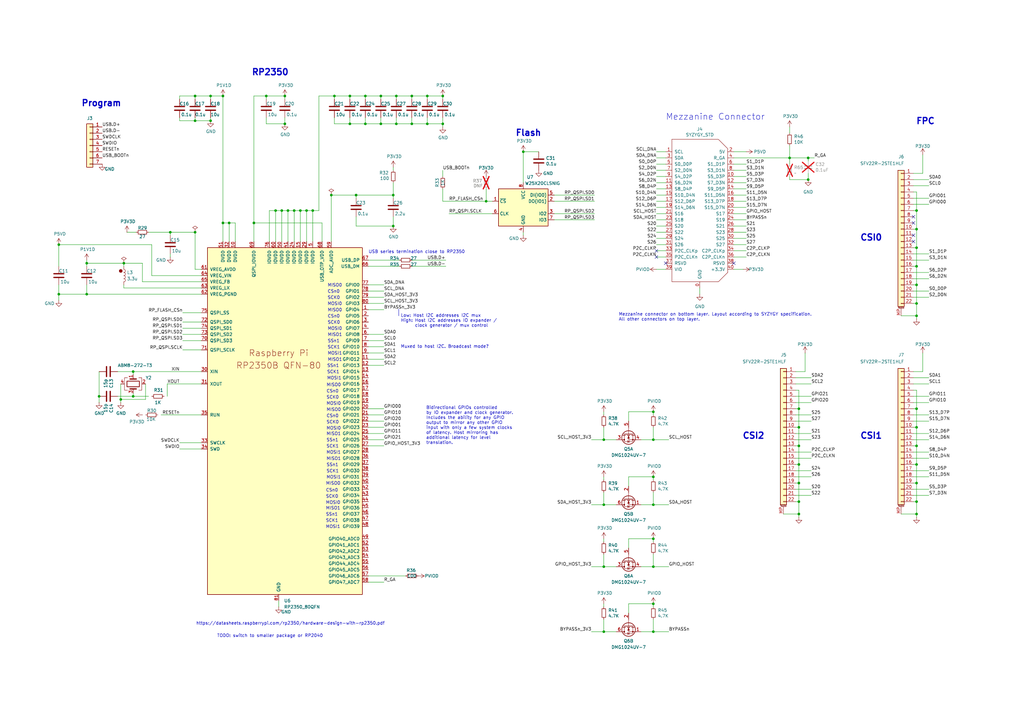
<source format=kicad_sch>
(kicad_sch (version 20250114) (generator "eeschema") (generator_version "9.0")
  (paper "A3")
  (title_block (title "SYZYGY MIPI Adapter") (rev "0.1") (company "tinyVision.ai Inc."))
  (bus_alias "HSTX" (members "L0_P" "L0_N" "L1_P" "L1_N" "L2_P" "L2_N" "L3_P" "L3_N"))
  (bus_alias "QSPI" (members "D0" "D1" "D2" "D3" "CLK" "SSn0" "SSn1"))
  (circle (center 49.53 111.125) (radius 0.635) (stroke (width 0) (color 132 0 0 1)) (fill (type color) (color 132 0 0 1)))
  (text "Program" (at 33.274 43.942 0) (effects (font (size 2.54 2.54) (thickness 0.508) (bold yes)) (justify left bottom)))
  (text "MOSI0" (at 133.858 176.5135 0) (effects (font (size 1.27 1.27)) (justify left bottom)))
  (text "SCK0" (at 134.311 122.9449 0) (effects (font (size 1.27 1.27)) (justify left bottom)))
  (text "CSn0" (at 133.8855 161.2938 0) (effects (font (size 1.27 1.27)) (justify left bottom)))
  (text "SCK1" (at 133.8305 183.8922 0) (effects (font (size 1.27 1.27)) (justify left bottom)))
  (text "MISO0" (at 134.3385 128.0287 0) (effects (font (size 1.27 1.27)) (justify left bottom)))
  (text "MISO1" (at 133.858 188.9925 0) (effects (font (size 1.27 1.27)) (justify left bottom)))
  (text "CSn0" (at 134.3385 120.4087 0) (effects (font (size 1.27 1.27)) (justify left bottom)))
  (text "Muxed to host I2C. Broadcast mode?" (at 164.338 142.24 0) (effects (font (size 1.27 1.27)) (justify left)))
  (text "FPC" (at 383.54 51.308 0) (effects (font (size 2.54 2.54) (thickness 0.508) (bold yes)) (justify right bottom)))
  (text "SCK1" (at 134.112 153.416 0) (effects (font (size 1.27 1.27)) (justify left bottom)))
  (text "Mezzanine connector on bottom layer. Layout according to SYZYGY specification.\nAll other connectors on top layer." (at 253.746 130.048 0) (effects (font (size 1.27 1.27)) (justify left)))
  (text "MOSI1" (at 134.112 155.9395 0) (effects (font (size 1.27 1.27)) (justify left bottom)))
  (text "MOSI0" (at 133.6315 206.9973 0) (effects (font (size 1.27 1.27)) (justify left bottom)))
  (text "SCK0" (at 133.6315 204.4738 0) (effects (font (size 1.27 1.27)) (justify left bottom)))
  (text "SCK1" (at 134.3385 143.2522 0) (effects (font (size 1.27 1.27)) (justify left bottom)))
  (text "SSn1" (at 133.8855 191.5363 0) (effects (font (size 1.27 1.27)) (justify left bottom)))
  (text "MISO0" (at 133.659 199.1271 0) (effects (font (size 1.27 1.27)) (justify left bottom)))
  (text "MOSI1" (at 133.604 216.8995 0) (effects (font (size 1.27 1.27)) (justify left bottom)))
  (text "SCK0" (at 134.3385 133.1087 0) (effects (font (size 1.27 1.27)) (justify left bottom)))
  (text "SSn1" (at 134.366 140.716 0) (effects (font (size 1.27 1.27)) (justify left bottom)))
  (text "MOSI1" (at 134.3385 145.7757 0) (effects (font (size 1.27 1.27)) (justify left bottom)))
  (text "SSn1" (at 133.858 181.356 0) (effects (font (size 1.27 1.27)) (justify left bottom)))
  (text "Flash" (at 211.328 56.134 0) (effects (font (size 2.54 2.54) (thickness 0.508) (bold yes)) (justify left bottom)))
  (text "MOSI0" (at 133.858 166.3535 0) (effects (font (size 1.27 1.27)) (justify left bottom)))
  (text "SSn1" (at 134.1395 150.8798 0) (effects (font (size 1.27 1.27)) (justify left bottom)))
  (text "MOSI0" (at 134.3385 135.6322 0) (effects (font (size 1.27 1.27)) (justify left bottom)))
  (text "MISO0" (at 133.8855 158.7373 0) (effects (font (size 1.27 1.27)) (justify left bottom)))
  (text "TODO: switch to smaller package or RP2040" (at 110.744 260.858 0) (effects (font (size 1.27 1.27))))
  (text "MISO1" (at 134.366 148.336 0) (effects (font (size 1.27 1.27)) (justify left bottom)))
  (text "MISO1" (at 134.366 138.1595 0) (effects (font (size 1.27 1.27)) (justify left bottom)))
  (text "SCK0" (at 133.858 173.99 0) (effects (font (size 1.27 1.27)) (justify left bottom)))
  (text "Low: Host I2C addresses I2C mux\nHigh: Host I2C addresses IO expander /\n      clock generator / mux control" (at 164.338 131.572 0) (effects (font (size 1.27 1.27)) (justify left)))
  (text "MOSI0" (at 134.311 125.4684 0) (effects (font (size 1.27 1.27)) (justify left bottom)))
  (text "CSI2" (at 313.69 180.34 0) (effects (font (size 2.54 2.54) (thickness 0.508) (bold yes)) (justify right bottom)))
  (text "MOSI1" (at 133.8305 186.4157 0) (effects (font (size 1.27 1.27)) (justify left bottom)))
  (text "MISO1" (at 133.858 178.7995 0) (effects (font (size 1.27 1.27)) (justify left bottom)))
  (text "CSn0" (at 134.366 130.5725 0) (effects (font (size 1.27 1.27)) (justify left bottom)))
  (text "MISO0" (at 133.8855 168.8973 0) (effects (font (size 1.27 1.27)) (justify left bottom)))
  (text "RP2350" (at 103.124 31.242 0) (effects (font (size 2.54 2.54) (thickness 0.508) (bold yes)) (justify left bottom)))
  (text "CSn0" (at 133.659 201.9376 0) (effects (font (size 1.27 1.27)) (justify left bottom)))
  (text "SCK1" (at 133.604 214.376 0) (effects (font (size 1.27 1.27)) (justify left bottom)))
  (text "MISO1" (at 133.6315 209.2833 0) (effects (font (size 1.27 1.27)) (justify left bottom)))
  (text "CSI1" (at 361.95 180.34 0) (effects (font (size 2.54 2.54) (thickness 0.508) (bold yes)) (justify right bottom)))
  (text "Bidirectional GPIOs controlled\nby IO expander and clock generator.\nIncludes the ability for any GPIO\noutput to mirror any other GPIO\ninput with only a few system clocks\nof latency. Host mirroring has\nadditional latency for level\ntranslation." (at 174.752 174.498 0) (effects (font (size 1.27 1.27)) (justify left)))
  (text "MISO0" (at 134.3385 117.8522 0) (effects (font (size 1.27 1.27)) (justify left bottom)))
  (text "SCK0" (at 133.858 163.83 0) (effects (font (size 1.27 1.27)) (justify left bottom)))
  (text "USB series termination close to RP2350" (at 151.13 104.14 0) (effects (font (size 1.27 1.27)) (justify left bottom)))
  (text "SSn1" (at 133.6315 211.8398 0) (effects (font (size 1.27 1.27)) (justify left bottom)))
  (text "SCK1" (at 133.858 194.0725 0) (effects (font (size 1.27 1.27)) (justify left bottom)))
  (text "CSn0" (at 133.8855 171.4538 0) (effects (font (size 1.27 1.27)) (justify left bottom)))
  (text "MOSI1" (at 133.858 196.596 0) (effects (font (size 1.27 1.27)) (justify left bottom)))
  (text "https://datasheets.raspberrypi.com/rp2350/hardware-design-with-rp2350.pdf" (at 119.126 255.778 0) (effects (font (size 1.27 1.27))))
  (text "CSI0" (at 361.95 99.06 0) (effects (font (size 2.54 2.54) (thickness 0.508) (bold yes)) (justify right bottom)))
  (text "Mezzanine Connector" (at 273.05 49.53 0) (effects (font (size 2.54 2.54)) (justify left bottom)))
  (junction (at 175.26 39.37))
  (junction (at 86.36 39.37))
  (junction (at 24.13 100.33))
  (junction (at 327.66 190.5))
  (junction (at 267.97 207.01))
  (junction (at 168.91 50.8))
  (junction (at 80.01 49.53))
  (junction (at 327.66 210.82))
  (junction (at 327.66 182.88))
  (junction (at 323.85 64.77))
  (junction (at 375.92 109.22))
  (junction (at 35.56 107.95))
  (junction (at 175.26 50.8))
  (junction (at 149.86 39.37))
  (junction (at 375.92 129.54))
  (junction (at 54.61 162.56))
  (junction (at 267.97 168.91))
  (junction (at 161.29 80.01))
  (junction (at 146.05 80.01))
  (junction (at 125.73 86.36))
  (junction (at 375.92 205.74))
  (junction (at 123.19 86.36))
  (junction (at 91.44 91.44))
  (junction (at 156.21 39.37))
  (junction (at 50.8 107.95))
  (junction (at 247.65 259.08))
  (junction (at 143.51 50.8))
  (junction (at 267.97 220.98))
  (junction (at 181.61 50.8))
  (junction (at 115.57 86.36))
  (junction (at 375.92 167.64))
  (junction (at 40.64 162.56))
  (junction (at 109.22 39.37))
  (junction (at 375.92 93.98))
  (junction (at 331.47 73.66))
  (junction (at 162.56 50.8))
  (junction (at 116.84 50.8))
  (junction (at 214.63 62.23))
  (junction (at 161.29 92.71))
  (junction (at 267.97 232.41))
  (junction (at 80.01 39.37))
  (junction (at 168.91 39.37))
  (junction (at 375.92 210.82))
  (junction (at 149.86 50.8))
  (junction (at 143.51 39.37))
  (junction (at 375.92 116.84))
  (junction (at 113.03 86.36))
  (junction (at 35.56 120.65))
  (junction (at 24.13 120.65))
  (junction (at 118.11 86.36))
  (junction (at 135.89 80.01))
  (junction (at 375.92 182.88))
  (junction (at 375.92 175.26))
  (junction (at 267.97 247.65))
  (junction (at 54.61 152.4))
  (junction (at 267.97 195.58))
  (junction (at 327.66 198.12))
  (junction (at 116.84 39.37))
  (junction (at 375.92 198.12))
  (junction (at 162.56 39.37))
  (junction (at 375.92 124.46))
  (junction (at 199.39 82.55))
  (junction (at 69.85 95.25))
  (junction (at 91.44 39.37))
  (junction (at 128.27 86.36))
  (junction (at 247.65 232.41))
  (junction (at 247.65 180.34))
  (junction (at 267.97 180.34))
  (junction (at 120.65 86.36))
  (junction (at 137.16 39.37))
  (junction (at 156.21 50.8))
  (junction (at 80.01 95.25))
  (junction (at 331.47 64.77))
  (junction (at 327.66 205.74))
  (junction (at 267.97 259.08))
  (junction (at 375.92 86.36))
  (junction (at 181.61 39.37))
  (junction (at 375.92 190.5))
  (junction (at 86.36 49.53))
  (junction (at 104.14 91.44))
  (junction (at 247.65 207.01))
  (junction (at 93.98 91.44))
  (junction (at 375.92 101.6))
  (junction (at 327.66 175.26))
  (junction (at 327.66 167.64))
  (junction (at 49.53 163.83))
  (no_connect (at 374.65 96.52))
  (no_connect (at 269.24 102.87))
  (no_connect (at 300.99 107.95))
  (no_connect (at 374.65 99.06))
  (no_connect (at 374.65 91.44))
  (no_connect (at 269.24 105.41))
  (no_connect (at 374.65 88.9))
  (no_connect (at 273.05 107.95))
  (wire (pts (xy 151.13 144.78) (xy 157.48 144.78)))
  (wire (pts (xy 227.33 87.63) (xy 243.84 87.63)))
  (wire (pts (xy 375.92 190.5) (xy 375.92 198.12)))
  (wire (pts (xy 300.99 95.25) (xy 306.07 95.25)))
  (wire (pts (xy 381 76.2) (xy 374.65 76.2)))
  (wire (pts (xy 326.39 187.96) (xy 332.74 187.96)))
  (wire (pts (xy 267.97 220.98) (xy 267.97 222.25)))
  (wire (pts (xy 247.65 227.33) (xy 247.65 232.41)))
  (wire (pts (xy 35.56 109.22) (xy 35.56 107.95)))
  (wire (pts (xy 49.53 157.48) (xy 49.53 163.83)))
  (wire (pts (xy 181.61 69.85) (xy 181.61 72.39)))
  (wire (pts (xy 327.66 212.09) (xy 327.66 210.82)))
  (wire (pts (xy 375.92 210.82) (xy 375.92 205.74)))
  (wire (pts (xy 374.65 121.92) (xy 381 121.92)))
  (wire (pts (xy 323.85 64.77) (xy 323.85 67.31)))
  (wire (pts (xy 62.23 113.03) (xy 82.55 113.03)))
  (wire (pts (xy 156.21 50.8) (xy 156.21 48.26)))
  (wire (pts (xy 48.26 152.4) (xy 54.61 152.4)))
  (wire (pts (xy 91.44 39.37) (xy 91.44 91.44)))
  (wire (pts (xy 247.65 180.34) (xy 252.73 180.34)))
  (wire (pts (xy 332.74 154.94) (xy 326.39 154.94)))
  (wire (pts (xy 175.26 50.8) (xy 168.91 50.8)))
  (wire (pts (xy 374.65 114.3) (xy 381 114.3)))
  (wire (pts (xy 135.89 80.01) (xy 146.05 80.01)))
  (wire (pts (xy 375.92 101.6) (xy 375.92 109.22)))
  (wire (pts (xy 375.92 205.74) (xy 374.65 205.74)))
  (wire (pts (xy 66.04 170.18) (xy 82.55 170.18)))
  (wire (pts (xy 214.63 62.23) (xy 214.63 74.93)))
  (wire (pts (xy 110.49 86.36) (xy 113.03 86.36)))
  (wire (pts (xy 262.89 259.08) (xy 267.97 259.08)))
  (wire (pts (xy 247.65 201.93) (xy 247.65 207.01)))
  (wire (pts (xy 60.96 95.25) (xy 69.85 95.25)))
  (wire (pts (xy 326.39 165.1) (xy 332.74 165.1)))
  (wire (pts (xy 24.13 100.33) (xy 62.23 100.33)))
  (wire (pts (xy 151.13 172.72) (xy 157.48 172.72)))
  (wire (pts (xy 331.47 64.77) (xy 334.01 64.77)))
  (wire (pts (xy 116.84 39.37) (xy 109.22 39.37)))
  (wire (pts (xy 323.85 59.69) (xy 323.85 64.77)))
  (wire (pts (xy 161.29 74.93) (xy 161.29 80.01)))
  (wire (pts (xy 327.66 160.02) (xy 327.66 167.64)))
  (wire (pts (xy 374.65 83.82) (xy 381 83.82)))
  (wire (pts (xy 330.2 152.4) (xy 326.39 152.4)))
  (wire (pts (xy 242.57 180.34) (xy 247.65 180.34)))
  (wire (pts (xy 374.65 190.5) (xy 375.92 190.5)))
  (wire (pts (xy 58.42 107.95) (xy 50.8 107.95)))
  (wire (pts (xy 262.89 180.34) (xy 267.97 180.34)))
  (wire (pts (xy 137.16 50.8) (xy 137.16 48.26)))
  (wire (pts (xy 151.13 137.16) (xy 157.48 137.16)))
  (wire (pts (xy 130.81 39.37) (xy 130.81 86.36)))
  (wire (pts (xy 378.46 152.4) (xy 374.65 152.4)))
  (wire (pts (xy 151.13 124.46) (xy 157.48 124.46)))
  (wire (pts (xy 149.86 50.8) (xy 149.86 48.26)))
  (wire (pts (xy 257.81 199.39) (xy 257.81 195.58)))
  (wire (pts (xy 104.14 39.37) (xy 104.14 91.44)))
  (wire (pts (xy 68.58 157.48) (xy 82.55 157.48)))
  (wire (pts (xy 24.13 116.84) (xy 24.13 120.65)))
  (wire (pts (xy 123.19 86.36) (xy 125.73 86.36)))
  (wire (pts (xy 151.13 236.22) (xy 166.37 236.22)))
  (wire (pts (xy 62.23 100.33) (xy 62.23 113.03)))
  (wire (pts (xy 143.51 39.37) (xy 149.86 39.37)))
  (wire (pts (xy 104.14 39.37) (xy 109.22 39.37)))
  (wire (pts (xy 168.91 39.37) (xy 162.56 39.37)))
  (wire (pts (xy 269.24 87.63) (xy 273.05 87.63)))
  (wire (pts (xy 96.52 91.44) (xy 93.98 91.44)))
  (wire (pts (xy 175.26 40.64) (xy 175.26 39.37)))
  (wire (pts (xy 168.91 50.8) (xy 162.56 50.8)))
  (wire (pts (xy 181.61 39.37) (xy 175.26 39.37)))
  (wire (pts (xy 300.99 72.39) (xy 306.07 72.39)))
  (wire (pts (xy 375.92 93.98) (xy 375.92 101.6)))
  (wire (pts (xy 162.56 40.64) (xy 162.56 39.37)))
  (wire (pts (xy 374.65 81.28) (xy 381 81.28)))
  (wire (pts (xy 300.99 87.63) (xy 306.07 87.63)))
  (wire (pts (xy 267.97 232.41) (xy 274.32 232.41)))
  (wire (pts (xy 374.65 182.88) (xy 375.92 182.88)))
  (wire (pts (xy 300.99 105.41) (xy 306.07 105.41)))
  (wire (pts (xy 86.36 48.26) (xy 86.36 49.53)))
  (wire (pts (xy 181.61 82.55) (xy 199.39 82.55)))
  (wire (pts (xy 151.13 121.92) (xy 157.48 121.92)))
  (wire (pts (xy 374.65 104.14) (xy 381 104.14)))
  (wire (pts (xy 375.92 182.88) (xy 375.92 190.5)))
  (wire (pts (xy 118.11 99.06) (xy 118.11 86.36)))
  (wire (pts (xy 300.99 80.01) (xy 306.07 80.01)))
  (wire (pts (xy 374.65 111.76) (xy 381 111.76)))
  (wire (pts (xy 374.65 119.38) (xy 381 119.38)))
  (wire (pts (xy 374.65 177.8) (xy 381 177.8)))
  (wire (pts (xy 86.36 40.64) (xy 86.36 39.37)))
  (wire (pts (xy 267.97 207.01) (xy 274.32 207.01)))
  (wire (pts (xy 331.47 71.12) (xy 331.47 73.66)))
  (wire (pts (xy 110.49 99.06) (xy 110.49 86.36)))
  (polyline (pts (xy 163.576 126.746) (xy 163.576 129.54)))
  (wire (pts (xy 151.13 119.38) (xy 157.48 119.38)))
  (wire (pts (xy 326.39 193.04) (xy 332.74 193.04)))
  (wire (pts (xy 269.24 77.47) (xy 273.05 77.47)))
  (wire (pts (xy 300.99 97.79) (xy 306.07 97.79)))
  (wire (pts (xy 156.21 39.37) (xy 162.56 39.37)))
  (wire (pts (xy 257.81 168.91) (xy 267.97 168.91)))
  (wire (pts (xy 269.24 105.41) (xy 273.05 105.41)))
  (wire (pts (xy 300.99 67.31) (xy 306.07 67.31)))
  (wire (pts (xy 115.57 99.06) (xy 115.57 86.36)))
  (wire (pts (xy 326.39 177.8) (xy 332.74 177.8)))
  (wire (pts (xy 24.13 120.65) (xy 35.56 120.65)))
  (wire (pts (xy 168.91 40.64) (xy 168.91 39.37)))
  (wire (pts (xy 128.27 86.36) (xy 130.81 86.36)))
  (wire (pts (xy 374.65 175.26) (xy 375.92 175.26)))
  (wire (pts (xy 113.03 86.36) (xy 115.57 86.36)))
  (wire (pts (xy 40.64 152.4) (xy 40.64 162.56)))
  (wire (pts (xy 80.01 39.37) (xy 86.36 39.37)))
  (wire (pts (xy 269.24 90.17) (xy 273.05 90.17)))
  (wire (pts (xy 375.92 78.74) (xy 375.92 86.36)))
  (wire (pts (xy 86.36 49.53) (xy 80.01 49.53)))
  (wire (pts (xy 168.91 109.22) (xy 182.88 109.22)))
  (wire (pts (xy 48.26 162.56) (xy 54.61 162.56)))
  (wire (pts (xy 74.93 128.27) (xy 82.55 128.27)))
  (wire (pts (xy 247.65 175.26) (xy 247.65 180.34)))
  (wire (pts (xy 168.91 50.8) (xy 168.91 48.26)))
  (wire (pts (xy 374.65 86.36) (xy 375.92 86.36)))
  (wire (pts (xy 374.65 187.96) (xy 381 187.96)))
  (wire (pts (xy 269.24 62.23) (xy 273.05 62.23)))
  (wire (pts (xy 161.29 80.01) (xy 161.29 81.28)))
  (wire (pts (xy 143.51 50.8) (xy 149.86 50.8)))
  (wire (pts (xy 300.99 102.87) (xy 306.07 102.87)))
  (wire (pts (xy 74.93 139.7) (xy 82.55 139.7)))
  (wire (pts (xy 332.74 157.48) (xy 326.39 157.48)))
  (wire (pts (xy 146.05 92.71) (xy 146.05 88.9)))
  (wire (pts (xy 181.61 40.64) (xy 181.61 39.37)))
  (wire (pts (xy 82.55 115.57) (xy 58.42 115.57)))
  (wire (pts (xy 269.24 74.93) (xy 273.05 74.93)))
  (wire (pts (xy 199.39 82.55) (xy 201.93 82.55)))
  (wire (pts (xy 162.56 50.8) (xy 162.56 48.26)))
  (wire (pts (xy 151.13 116.84) (xy 157.48 116.84)))
  (wire (pts (xy 128.27 86.36) (xy 128.27 99.06)))
  (wire (pts (xy 137.16 39.37) (xy 143.51 39.37)))
  (wire (pts (xy 300.99 74.93) (xy 306.07 74.93)))
  (wire (pts (xy 242.57 207.01) (xy 247.65 207.01)))
  (wire (pts (xy 151.13 149.86) (xy 157.48 149.86)))
  (wire (pts (xy 125.73 86.36) (xy 125.73 99.06)))
  (wire (pts (xy 269.24 110.49) (xy 273.05 110.49)))
  (wire (pts (xy 375.92 124.46) (xy 374.65 124.46)))
  (wire (pts (xy 374.65 195.58) (xy 381 195.58)))
  (wire (pts (xy 267.97 201.93) (xy 267.97 207.01)))
  (wire (pts (xy 227.33 80.01) (xy 243.84 80.01)))
  (wire (pts (xy 73.66 39.37) (xy 80.01 39.37)))
  (wire (pts (xy 374.65 109.22) (xy 375.92 109.22)))
  (wire (pts (xy 326.39 172.72) (xy 332.74 172.72)))
  (wire (pts (xy 227.33 90.17) (xy 243.84 90.17)))
  (wire (pts (xy 116.84 48.26) (xy 116.84 50.8)))
  (wire (pts (xy 374.65 180.34) (xy 381 180.34)))
  (wire (pts (xy 257.81 220.98) (xy 267.97 220.98)))
  (wire (pts (xy 52.07 95.25) (xy 55.88 95.25)))
  (wire (pts (xy 374.65 185.42) (xy 381 185.42)))
  (wire (pts (xy 181.61 77.47) (xy 181.61 82.55)))
  (wire (pts (xy 69.85 95.25) (xy 80.01 95.25)))
  (wire (pts (xy 73.66 40.64) (xy 73.66 39.37)))
  (wire (pts (xy 151.13 177.8) (xy 157.48 177.8)))
  (wire (pts (xy 269.24 67.31) (xy 273.05 67.31)))
  (wire (pts (xy 80.01 48.26) (xy 80.01 49.53)))
  (wire (pts (xy 381 157.48) (xy 374.65 157.48)))
  (wire (pts (xy 375.92 160.02) (xy 375.92 167.64)))
  (wire (pts (xy 247.65 259.08) (xy 252.73 259.08)))
  (wire (pts (xy 375.92 167.64) (xy 375.92 175.26)))
  (wire (pts (xy 374.65 203.2) (xy 381 203.2)))
  (wire (pts (xy 257.81 195.58) (xy 267.97 195.58)))
  (wire (pts (xy 74.93 134.62) (xy 82.55 134.62)))
  (wire (pts (xy 181.61 48.26) (xy 181.61 50.8)))
  (wire (pts (xy 73.66 49.53) (xy 80.01 49.53)))
  (wire (pts (xy 151.13 139.7) (xy 157.48 139.7)))
  (wire (pts (xy 378.46 63.5) (xy 378.46 71.12)))
  (wire (pts (xy 269.24 97.79) (xy 273.05 97.79)))
  (wire (pts (xy 184.15 87.63) (xy 201.93 87.63)))
  (wire (pts (xy 168.91 106.68) (xy 182.88 106.68)))
  (wire (pts (xy 300.99 92.71) (xy 306.07 92.71)))
  (wire (pts (xy 247.65 232.41) (xy 252.73 232.41)))
  (wire (pts (xy 151.13 167.64) (xy 157.48 167.64)))
  (wire (pts (xy 374.65 193.04) (xy 381 193.04)))
  (wire (pts (xy 300.99 110.49) (xy 304.8 110.49)))
  (wire (pts (xy 326.39 195.58) (xy 332.74 195.58)))
  (wire (pts (xy 74.93 132.08) (xy 82.55 132.08)))
  (wire (pts (xy 378.46 71.12) (xy 374.65 71.12)))
  (wire (pts (xy 374.65 160.02) (xy 375.92 160.02)))
  (wire (pts (xy 80.01 40.64) (xy 80.01 39.37)))
  (wire (pts (xy 330.2 144.78) (xy 330.2 152.4)))
  (wire (pts (xy 74.93 143.51) (xy 82.55 143.51)))
  (wire (pts (xy 267.97 180.34) (xy 274.32 180.34)))
  (wire (pts (xy 132.08 91.44) (xy 104.14 91.44)))
  (wire (pts (xy 54.61 162.56) (xy 60.96 162.56)))
  (wire (pts (xy 374.65 170.18) (xy 381 170.18)))
  (wire (pts (xy 247.65 222.25) (xy 247.65 220.98)))
  (wire (pts (xy 73.66 48.26) (xy 73.66 49.53)))
  (wire (pts (xy 80.01 95.25) (xy 80.01 110.49)))
  (wire (pts (xy 151.13 238.76) (xy 157.48 238.76)))
  (wire (pts (xy 132.08 99.06) (xy 132.08 91.44)))
  (wire (pts (xy 199.39 77.47) (xy 199.39 82.55)))
  (wire (pts (xy 374.65 116.84) (xy 375.92 116.84)))
  (wire (pts (xy 327.66 198.12) (xy 327.66 205.74)))
  (wire (pts (xy 375.92 86.36) (xy 375.92 93.98)))
  (wire (pts (xy 118.11 86.36) (xy 120.65 86.36)))
  (wire (pts (xy 374.65 172.72) (xy 381 172.72)))
  (wire (pts (xy 175.26 50.8) (xy 181.61 50.8)))
  (wire (pts (xy 96.52 99.06) (xy 96.52 91.44)))
  (wire (pts (xy 109.22 40.64) (xy 109.22 39.37)))
  (wire (pts (xy 146.05 80.01) (xy 146.05 81.28)))
  (wire (pts (xy 80.01 110.49) (xy 82.55 110.49)))
  (wire (pts (xy 120.65 99.06) (xy 120.65 86.36)))
  (wire (pts (xy 300.99 64.77) (xy 323.85 64.77)))
  (wire (pts (xy 120.65 86.36) (xy 123.19 86.36)))
  (wire (pts (xy 156.21 50.8) (xy 149.86 50.8)))
  (wire (pts (xy 220.98 62.23) (xy 214.63 62.23)))
  (wire (pts (xy 125.73 86.36) (xy 128.27 86.36)))
  (wire (pts (xy 374.65 78.74) (xy 375.92 78.74)))
  (wire (pts (xy 375.92 109.22) (xy 375.92 116.84)))
  (wire (pts (xy 149.86 39.37) (xy 156.21 39.37)))
  (wire (pts (xy 375.92 212.09) (xy 375.92 210.82)))
  (wire (pts (xy 326.39 190.5) (xy 327.66 190.5)))
  (wire (pts (xy 227.33 82.55) (xy 243.84 82.55)))
  (wire (pts (xy 267.97 168.91) (xy 267.97 170.18)))
  (wire (pts (xy 327.66 190.5) (xy 327.66 198.12)))
  (wire (pts (xy 327.66 210.82) (xy 327.66 205.74)))
  (wire (pts (xy 181.61 50.8) (xy 181.61 52.07)))
  (wire (pts (xy 267.97 247.65) (xy 267.97 248.92)))
  (wire (pts (xy 269.24 64.77) (xy 273.05 64.77)))
  (wire (pts (xy 54.61 152.4) (xy 82.55 152.4)))
  (wire (pts (xy 326.39 160.02) (xy 327.66 160.02)))
  (wire (pts (xy 375.92 129.54) (xy 375.92 124.46)))
  (wire (pts (xy 114.3 246.38) (xy 114.3 248.92)))
  (wire (pts (xy 143.51 50.8) (xy 143.51 48.26)))
  (wire (pts (xy 269.24 85.09) (xy 273.05 85.09)))
  (wire (pts (xy 374.65 200.66) (xy 381 200.66)))
  (wire (pts (xy 257.81 251.46) (xy 257.81 247.65)))
  (wire (pts (xy 262.89 232.41) (xy 267.97 232.41)))
  (wire (pts (xy 73.66 181.61) (xy 82.55 181.61)))
  (wire (pts (xy 378.46 144.78) (xy 378.46 152.4)))
  (wire (pts (xy 86.36 39.37) (xy 91.44 39.37)))
  (wire (pts (xy 262.89 207.01) (xy 267.97 207.01)))
  (wire (pts (xy 323.85 72.39) (xy 323.85 73.66)))
  (wire (pts (xy 49.53 163.83) (xy 59.69 163.83)))
  (wire (pts (xy 123.19 86.36) (xy 123.19 99.06)))
  (wire (pts (xy 269.24 82.55) (xy 273.05 82.55)))
  (wire (pts (xy 50.8 118.11) (xy 50.8 116.84)))
  (wire (pts (xy 269.24 92.71) (xy 273.05 92.71)))
  (wire (pts (xy 130.81 39.37) (xy 137.16 39.37)))
  (wire (pts (xy 242.57 232.41) (xy 247.65 232.41)))
  (wire (pts (xy 267.97 259.08) (xy 274.32 259.08)))
  (wire (pts (xy 327.66 167.64) (xy 327.66 175.26)))
  (wire (pts (xy 374.65 106.68) (xy 381 106.68)))
  (wire (pts (xy 151.13 170.18) (xy 157.48 170.18)))
  (wire (pts (xy 151.13 109.22) (xy 163.83 109.22)))
  (wire (pts (xy 50.8 118.11) (xy 82.55 118.11)))
  (wire (pts (xy 331.47 64.77) (xy 323.85 64.77)))
  (wire (pts (xy 269.24 72.39) (xy 273.05 72.39)))
  (wire (pts (xy 247.65 248.92) (xy 247.65 247.65)))
  (wire (pts (xy 374.65 101.6) (xy 375.92 101.6)))
  (wire (pts (xy 35.56 107.95) (xy 50.8 107.95)))
  (wire (pts (xy 151.13 147.32) (xy 157.48 147.32)))
  (wire (pts (xy 54.61 161.29) (xy 54.61 162.56)))
  (wire (pts (xy 69.85 105.41) (xy 69.85 104.14)))
  (wire (pts (xy 374.65 162.56) (xy 381 162.56)))
  (wire (pts (xy 326.39 200.66) (xy 332.74 200.66)))
  (wire (pts (xy 74.93 137.16) (xy 82.55 137.16)))
  (wire (pts (xy 54.61 153.67) (xy 54.61 152.4)))
  (wire (pts (xy 323.85 73.66) (xy 331.47 73.66)))
  (wire (pts (xy 327.66 182.88) (xy 327.66 190.5)))
  (wire (pts (xy 327.66 175.26) (xy 327.66 182.88)))
  (wire (pts (xy 300.99 90.17) (xy 306.07 90.17)))
  (wire (pts (xy 269.24 100.33) (xy 273.05 100.33)))
  (wire (pts (xy 300.99 77.47) (xy 306.07 77.47)))
  (wire (pts (xy 326.39 180.34) (xy 332.74 180.34)))
  (wire (pts (xy 326.39 185.42) (xy 332.74 185.42)))
  (wire (pts (xy 113.03 99.06) (xy 113.03 86.36)))
  (wire (pts (xy 151.13 106.68) (xy 163.83 106.68)))
  (wire (pts (xy 374.65 165.1) (xy 381 165.1)))
  (wire (pts (xy 269.24 69.85) (xy 273.05 69.85)))
  (wire (pts (xy 214.63 95.25) (xy 214.63 96.52)))
  (wire (pts (xy 247.65 207.01) (xy 252.73 207.01)))
  (wire (pts (xy 269.24 102.87) (xy 273.05 102.87)))
  (wire (pts (xy 59.69 157.48) (xy 59.69 163.83)))
  (wire (pts (xy 35.56 120.65) (xy 82.55 120.65)))
  (wire (pts (xy 162.56 50.8) (xy 156.21 50.8)))
  (wire (pts (xy 327.66 210.82) (xy 321.31 210.82)))
  (wire (pts (xy 300.99 62.23) (xy 306.07 62.23)))
  (wire (pts (xy 24.13 100.33) (xy 24.13 109.22)))
  (wire (pts (xy 35.56 116.84) (xy 35.56 120.65)))
  (wire (pts (xy 326.39 162.56) (xy 332.74 162.56)))
  (wire (pts (xy 24.13 120.65) (xy 24.13 123.19)))
  (wire (pts (xy 374.65 167.64) (xy 375.92 167.64)))
  (wire (pts (xy 326.39 170.18) (xy 332.74 170.18)))
  (wire (pts (xy 49.53 163.83) (xy 49.53 165.1)))
  (wire (pts (xy 109.22 50.8) (xy 116.84 50.8)))
  (wire (pts (xy 151.13 182.88) (xy 157.48 182.88)))
  (wire (pts (xy 267.97 195.58) (xy 267.97 196.85)))
  (wire (pts (xy 257.81 224.79) (xy 257.81 220.98)))
  (wire (pts (xy 146.05 92.71) (xy 161.29 92.71)))
  (wire (pts (xy 109.22 48.26) (xy 109.22 50.8)))
  (wire (pts (xy 287.02 118.11) (xy 287.02 120.65)))
  (wire (pts (xy 267.97 175.26) (xy 267.97 180.34)))
  (wire (pts (xy 161.29 68.58) (xy 161.29 69.85)))
  (wire (pts (xy 327.66 205.74) (xy 326.39 205.74)))
  (wire (pts (xy 300.99 82.55) (xy 306.07 82.55)))
  (wire (pts (xy 331.47 64.77) (xy 331.47 66.04)))
  (wire (pts (xy 58.42 115.57) (xy 58.42 107.95)))
  (wire (pts (xy 143.51 40.64) (xy 143.51 39.37)))
  (wire (pts (xy 156.21 40.64) (xy 156.21 39.37)))
  (wire (pts (xy 151.13 175.26) (xy 157.48 175.26)))
  (wire (pts (xy 374.65 93.98) (xy 375.92 93.98)))
  (wire (pts (xy 300.99 69.85) (xy 306.07 69.85)))
  (wire (pts (xy 175.26 50.8) (xy 175.26 48.26)))
  (wire (pts (xy 300.99 100.33) (xy 306.07 100.33)))
  (wire (pts (xy 375.92 175.26) (xy 375.92 182.88)))
  (wire (pts (xy 115.57 86.36) (xy 118.11 86.36)))
  (wire (pts (xy 149.86 40.64) (xy 149.86 39.37)))
  (wire (pts (xy 257.81 172.72) (xy 257.81 168.91)))
  (wire (pts (xy 68.58 157.48) (xy 68.58 162.56)))
  (wire (pts (xy 326.39 167.64) (xy 327.66 167.64)))
  (wire (pts (xy 381 73.66) (xy 374.65 73.66)))
  (wire (pts (xy 151.13 142.24) (xy 157.48 142.24)))
  (wire (pts (xy 375.92 116.84) (xy 375.92 124.46)))
  (wire (pts (xy 242.57 259.08) (xy 247.65 259.08)))
  (wire (pts (xy 374.65 198.12) (xy 375.92 198.12)))
  (wire (pts (xy 247.65 170.18) (xy 247.65 168.91)))
  (wire (pts (xy 151.13 127) (xy 157.48 127)))
  (wire (pts (xy 375.92 198.12) (xy 375.92 205.74)))
  (wire (pts (xy 323.85 52.07) (xy 323.85 54.61)))
  (wire (pts (xy 35.56 106.68) (xy 35.56 107.95)))
  (wire (pts (xy 247.65 254) (xy 247.65 259.08)))
  (wire (pts (xy 69.85 95.25) (xy 69.85 96.52)))
  (wire (pts (xy 161.29 88.9) (xy 161.29 92.71)))
  (wire (pts (xy 326.39 175.26) (xy 327.66 175.26)))
  (wire (pts (xy 151.13 180.34) (xy 157.48 180.34)))
  (wire (pts (xy 168.91 39.37) (xy 175.26 39.37)))
  (wire (pts (xy 326.39 203.2) (xy 332.74 203.2)))
  (wire (pts (xy 137.16 50.8) (xy 143.51 50.8)))
  (wire (pts (xy 73.66 184.15) (xy 82.55 184.15)))
  (wire (pts (xy 375.92 129.54) (xy 369.57 129.54)))
  (wire (pts (xy 40.64 162.56) (xy 40.64 165.1)))
  (wire (pts (xy 247.65 196.85) (xy 247.65 195.58)))
  (wire (pts (xy 257.81 247.65) (xy 267.97 247.65)))
  (wire (pts (xy 381 154.94) (xy 374.65 154.94)))
  (wire (pts (xy 104.14 99.06) (xy 104.14 91.44)))
  (wire (pts (xy 326.39 198.12) (xy 327.66 198.12)))
  (wire (pts (xy 375.92 210.82) (xy 369.57 210.82)))
  (wire (pts (xy 326.39 182.88) (xy 327.66 182.88)))
  (wire (pts (xy 375.92 130.81) (xy 375.92 129.54)))
  (wire (pts (xy 116.84 40.64) (xy 116.84 39.37)))
  (wire (pts (xy 267.97 227.33) (xy 267.97 232.41)))
  (wire (pts (xy 91.44 91.44) (xy 91.44 99.06)))
  (wire (pts (xy 269.24 95.25) (xy 273.05 95.25)))
  (wire (pts (xy 146.05 80.01) (xy 161.29 80.01)))
  (wire (pts (xy 50.8 107.95) (xy 50.8 109.22)))
  (wire (pts (xy 267.97 254) (xy 267.97 259.08)))
  (wire (pts (xy 269.24 80.01) (xy 273.05 80.01)))
  (wire (pts (xy 137.16 40.64) (xy 137.16 39.37)))
  (wire (pts (xy 93.98 91.44) (xy 91.44 91.44)))
  (wire (pts (xy 300.99 85.09) (xy 306.07 85.09)))
  (wire (pts (xy 135.89 80.01) (xy 135.89 99.06)))
  (wire (pts (xy 93.98 91.44) (xy 93.98 99.06)))
  (label "XOUT" (at 73.66 157.48 180))
  (label "S24" (at 269.24 97.79 180))
  (label "SCL_DNA" (at 157.48 119.38 0))
  (label "SDA_DNA" (at 157.48 116.84 0))
  (label "S20" (at 269.24 92.71 180))
  (label "SDA0" (at 157.48 137.16 0))
  (label "S15_D7N" (at 306.07 85.09 0))
  (label "BYPASSn_3V3" (at 242.57 259.08 180))
  (label "BYPASSn" (at 306.07 90.17 0))
  (label "RP_FLASH_CSn" (at 184.15 82.55 0))
  (label "C2P_CLKP" (at 306.07 102.87 0))
  (label "S1_D1P" (at 306.07 67.31 0))
  (label "S1_D1P" (at 381 104.14 0))
  (label "SDA_DNA" (at 269.24 64.77 180))
  (label "S2_D0N" (at 269.24 69.85 180))
  (label "RESETn" (at 41.91 62.23 0))
  (label "SDA_HOST" (at 269.24 90.17 180))
  (label "S25" (at 332.74 170.18 0))
  (label "GPIO20" (at 332.74 165.1 0))
  (label "XIN" (at 73.66 152.4 180))
  (label "R_GA" (at 157.48 238.76 0))
  (label "USB.D-" (at 41.91 54.61 0))
  (label "S0_D0P" (at 381 119.38 0))
  (label "C2P_CLKN" (at 306.07 105.41 0))
  (label "S13_D7P" (at 306.07 82.55 0))
  (label "S20" (at 332.74 200.66 0))
  (label "SCL1" (at 157.48 144.78 0))
  (label "RP_QSPI.SD3" (at 243.84 90.17 180))
  (label "RP_QSPI.SD3" (at 74.93 139.7 180))
  (label "RP_QSPI.SD1" (at 243.84 82.55 180))
  (label "S22" (at 332.74 203.2 0))
  (label "S8_D4P" (at 381 185.42 0))
  (label "GPIO21" (at 332.74 162.56 0))
  (label "S12_D6P" (at 381 177.8 0))
  (label "USB.D-" (at 175.26 109.22 0))
  (label "GPIO_HOST" (at 274.32 232.41 0))
  (label "S6_D2N" (at 381 114.3 0))
  (label "SDA2" (at 332.74 154.94 0))
  (label "SCL_HOST" (at 274.32 180.34 0))
  (label "BYPASSn_3V3" (at 157.48 127 0))
  (label "GPIO21" (at 157.48 180.34 0))
  (label "RP_QSPI.SD1" (at 74.93 134.62 180))
  (label "S3_D1N" (at 381 106.68 0))
  (label "R_GA" (at 334.01 64.77 0))
  (label "RESETn" (at 73.66 170.18 180))
  (label "S3_D1N" (at 306.07 69.85 0))
  (label "SDA_HOST_3V3" (at 157.48 121.92 0))
  (label "GPIO11" (at 381 162.56 0))
  (label "GPIO11" (at 157.48 177.8 0))
  (label "RP_QSPI.SD2" (at 243.84 87.63 180))
  (label "S22" (at 269.24 95.25 180))
  (label "SWDCLK" (at 73.66 181.61 180))
  (label "GPIO_HOST" (at 306.07 87.63 0))
  (label "S21" (at 332.74 177.8 0))
  (label "SCL_HOST_3V3" (at 157.48 124.46 0))
  (label "SDA1" (at 381 154.94 0))
  (label "S27" (at 306.07 100.33 0))
  (label "S5_D3P" (at 306.07 72.39 0))
  (label "USB.D+" (at 175.26 106.68 0))
  (label "SDA0" (at 381 73.66 0))
  (label "S27" (at 332.74 172.72 0))
  (label "S25" (at 306.07 97.79 0))
  (label "GPIO20" (at 157.48 172.72 0))
  (label "GPIO00" (at 381 83.82 0))
  (label "S11_D5N" (at 381 195.58 0))
  (label "SDA1" (at 157.48 142.24 0))
  (label "P2C_CLKP" (at 332.74 185.42 0))
  (label "S9_D5P" (at 381 193.04 0))
  (label "USB.D+" (at 41.91 52.07 0))
  (label "USB_BOOTn" (at 41.91 64.77 0))
  (label "SCL_DNA" (at 269.24 62.23 180))
  (label "S7_D3N" (at 381 203.2 0))
  (label "S7_D3N" (at 306.07 74.93 0))
  (label "S0_D0P" (at 269.24 67.31 180))
  (label "S11_D5N" (at 306.07 80.01 0))
  (label "GPIO00" (at 157.48 167.64 0))
  (label "SCL_HOST" (at 269.24 87.63 180))
  (label "S14_D6N" (at 269.24 85.09 180))
  (label "S24" (at 332.74 193.04 0))
  (label "S14_D6N" (at 381 180.34 0))
  (label "S9_D5P" (at 306.07 77.47 0))
  (label "SCL2" (at 157.48 149.86 0))
  (label "RP_QSPI.SD0" (at 74.93 132.08 180))
  (label "S4_D2P" (at 269.24 72.39 180))
  (label "SDA_HOST_3V3" (at 242.57 207.01 180))
  (label "S10_D4N" (at 269.24 80.01 180))
  (label "GPIO01" (at 381 81.28 0))
  (label "S23" (at 332.74 180.34 0))
  (label "S23" (at 306.07 95.25 0))
  (label "S5_D3P" (at 381 200.66 0))
  (label "RP_FLASH_CSn" (at 74.93 128.27 180))
  (label "GPIO_HOST_3V3" (at 242.57 232.41 180))
  (label "S26" (at 332.74 195.58 0))
  (label "S2_D0N" (at 381 121.92 0))
  (label "RP_QSPI.SCLK" (at 184.15 87.63 0))
  (label "SDA2" (at 157.48 147.32 0))
  (label "SCL1" (at 381 157.48 0))
  (label "SWDCLK" (at 41.91 57.15 0))
  (label "GPIO_HOST_3V3" (at 157.48 182.88 0))
  (label "S8_D4P" (at 269.24 77.47 180))
  (label "S21" (at 306.07 92.71 0))
  (label "USB_BOOTn" (at 181.61 69.85 0))
  (label "S6_D2P" (at 381 111.76 0))
  (label "P2C_CLKP" (at 269.24 102.87 180))
  (label "S13_D7P" (at 381 170.18 0))
  (label "S10_D4N" (at 381 187.96 0))
  (label "RP_QSPI.SD0" (at 243.84 80.01 180))
  (label "SCL0" (at 157.48 139.7 0))
  (label "GPIO10" (at 157.48 170.18 0))
  (label "SCL_HOST_3V3" (at 242.57 180.34 180))
  (label "GPIO10" (at 381 165.1 0))
  (label "SCL0" (at 381 76.2 0))
  (label "S15_D7N" (at 381 172.72 0))
  (label "SDA_HOST" (at 274.32 207.01 0))
  (label "BYPASSn" (at 274.32 259.08 0))
  (label "S26" (at 269.24 100.33 180))
  (label "P2C_CLKN" (at 332.74 187.96 0))
  (label "S12_D6P" (at 269.24 82.55 180))
  (label "RP_QSPI.SD2" (at 74.93 137.16 180))
  (label "GPIO01" (at 157.48 175.26 0))
  (label "SWDIO" (at 73.66 184.15 180))
  (label "RP_QSPI.SCLK" (at 74.93 143.51 180))
  (label "SWDIO" (at 41.91 59.69 0))
  (label "SCL2" (at 332.74 157.48 0))
  (label "P2C_CLKN" (at 269.24 105.41 180))
  (label "S6_D2N" (at 269.24 74.93 180))
  (symbol (lib_id "power:GND") (at 41.91 67.31 0) (unit 1)
    (property "Reference" "#PWR051" (effects (hide yes)))
    (property "Value" "GND" (at 44.958 69.342 0))
    (property "Description" "Power symbol creates a global label with name \"GND\" , ground" (effects (hide yes)))
  )
  (symbol (lib_id "Custom:DMG1024UV-7") (at 257.81 204.47 90) (mirror x) (unit 2)
    (property "Reference" "Q5" (at 257.81 210.82 90))
    (property "Value" "DMG1024UV-7" (at 257.81 213.36 90))
    (property "Footprint" "Package_TO_SOT_SMD:SOT-563" (effects (hide yes)))
    (property "Datasheet" "https://www.diodes.com/assets/Datasheets/ds31974.pdf" (effects (hide yes)))
    (property "Description" "Dual N-Channel MOSFET" (effects (hide yes)))
  )
  (symbol (lib_name "GND_13") (lib_id "power:GND") (at 287.02 120.65 0) (unit 1)
    (property "Reference" "#PWR079" (effects (hide yes)))
    (property "Value" "GND" (at 287.02 125.73 0))
    (property "Description" "Power symbol creates a global label with name \"GND\" , ground" (effects (hide yes)))
  )
  (symbol (lib_id "SZG-TEMPLATE-STD:+3.3V-power") (at 267.97 220.98 0) (unit 1)
    (property "Reference" "#PWR077" (effects (hide yes)))
    (property "Value" "PVIOD" (at 268.351 216.5858 0))
  )
  (symbol (lib_id "power:GND") (at 375.92 212.09 0) (mirror y) (unit 1)
    (property "Reference" "#PWR087" (effects (hide yes)))
    (property "Value" "GND" (effects (hide yes)))
    (property "Description" "Power symbol creates a global label with name \"GND\" , ground" (effects (hide yes)))
  )
  (symbol (lib_id "Device:C") (at 116.84 44.45 0) (unit 1)
    (property "Reference" "C20" (at 116.84 42.545 0) (effects (justify left)))
    (property "Value" "0.1u" (at 117.475 46.99 0) (effects (justify left)))
    (property "Footprint" "Capacitor_SMD:C_0201_0603Metric" (effects (hide yes)))
    (property "Description" "Unpolarized capacitor" (effects (hide yes)))
    (property "MPN" "GRM155R71C104KA88J" (effects (hide yes)))
    (property "Manufacturer" "Murata Electronics" (effects (hide yes)))
    (property "Supplier" "Mouser" (effects (hide yes)))
  )
  (symbol (lib_id "power:+1V1") (at 35.56 106.68 0) (unit 1)
    (property "Reference" "#PWR049" (effects (hide yes)))
    (property "Value" "P1V1D" (at 35.941 102.2858 0))
    (property "Description" "Power symbol creates a global label with name \"+1V1\"" (effects (hide yes)))
  )
  (symbol (lib_id "Device:C") (at 156.21 44.45 0) (unit 1)
    (property "Reference" "C25" (at 156.21 42.545 0) (effects (justify left)))
    (property "Value" "0.1u" (at 156.845 46.99 0) (effects (justify left)))
    (property "Footprint" "Capacitor_SMD:C_0201_0603Metric" (effects (hide yes)))
    (property "Description" "Unpolarized capacitor" (effects (hide yes)))
    (property "MPN" "GRM155R71C104KA88J" (effects (hide yes)))
    (property "Manufacturer" "Murata Electronics" (effects (hide yes)))
    (property "Supplier" "Mouser" (effects (hide yes)))
  )
  (symbol (lib_id "Device:C") (at 44.45 162.56 270) (unit 1)
    (property "Reference" "C14" (at 45.6184 165.481 0) (effects (justify left)))
    (property "Value" "15p" (at 43.307 165.481 0) (effects (justify left)))
    (property "Footprint" "Capacitor_SMD:C_0201_0603Metric" (effects (hide yes)))
    (property "Description" "Unpolarized capacitor" (effects (hide yes)))
    (property "MPN" "GRM1555C1E150JA01D" (effects (hide yes)))
    (property "Manufacturer" "Murata Electronics" (effects (hide yes)))
  )
  (symbol (lib_id "power:GND") (at 181.61 52.07 0) (unit 1)
    (property "Reference" "#PWR066" (effects (hide yes)))
    (property "Value" "GND" (at 181.737 56.4642 0))
    (property "Description" "Power symbol creates a global label with name \"GND\" , ground" (effects (hide yes)))
  )
  (symbol (lib_id "Device:R_Small") (at 247.65 224.79 0) (unit 1)
    (property "Reference" "R40" (at 249.428 223.6216 0) (effects (justify left)))
    (property "Value" "4.7K" (at 249.428 225.933 0) (effects (justify left)))
    (property "Footprint" "Resistor_SMD:R_0402_1005Metric" (effects (hide yes)))
    (property "Description" "Resistor, small symbol" (effects (hide yes)))
  )
  (symbol (lib_id "power:VCC") (at 52.07 95.25 0) (unit 1)
    (property "Reference" "#PWR053" (effects (hide yes)))
    (property "Value" "P3V3D" (at 52.451 90.8558 0))
    (property "Description" "Power symbol creates a global label with name \"VCC\"" (effects (hide yes)))
  )
  (symbol (lib_id "power:VCC") (at 378.46 144.78 0) (mirror y) (unit 1)
    (property "Reference" "#PWR089" (effects (hide yes)))
    (property "Value" "P3V3D" (at 378.46 141.224 0))
    (property "Description" "Power symbol creates a global label with name \"VCC\"" (effects (hide yes)))
  )
  (symbol (lib_id "power:GND") (at 86.36 49.53 0) (unit 1)
    (property "Reference" "#PWR056" (effects (hide yes)))
    (property "Value" "GND" (at 86.487 53.9242 0))
    (property "Description" "Power symbol creates a global label with name \"GND\" , ground" (effects (hide yes)))
  )
  (symbol (lib_id "power:VCC") (at 116.84 39.37 0) (unit 1)
    (property "Reference" "#PWR059" (effects (hide yes)))
    (property "Value" "P3V3D" (at 117.221 34.9758 0))
    (property "Description" "Power symbol creates a global label with name \"VCC\"" (effects (hide yes)))
  )
  (symbol (lib_id "Device:C") (at 162.56 44.45 0) (unit 1)
    (property "Reference" "C27" (at 162.56 42.545 0) (effects (justify left)))
    (property "Value" "0.1u" (at 163.195 46.99 0) (effects (justify left)))
    (property "Footprint" "Capacitor_SMD:C_0201_0603Metric" (effects (hide yes)))
    (property "Description" "Unpolarized capacitor" (effects (hide yes)))
    (property "MPN" "GRM155R71C104KA88J" (effects (hide yes)))
    (property "Manufacturer" "Murata Electronics" (effects (hide yes)))
    (property "Supplier" "Mouser" (effects (hide yes)))
  )
  (symbol (lib_id "SZG-TEMPLATE-STD:+3.3V-power") (at 267.97 195.58 0) (unit 1)
    (property "Reference" "#PWR076" (effects (hide yes)))
    (property "Value" "PVIOD" (at 268.351 191.1858 0))
  )
  (symbol (lib_id "power:VCC") (at 199.39 72.39 0) (unit 1)
    (property "Reference" "#PWR064" (effects (hide yes)))
    (property "Value" "P3V3D" (at 199.39 68.834 0))
    (property "Description" "Power symbol creates a global label with name \"VCC\"" (effects (hide yes)))
  )
  (symbol (lib_id "Device:C") (at 175.26 44.45 0) (unit 1)
    (property "Reference" "C29" (at 175.26 42.545 0) (effects (justify left)))
    (property "Value" "0.1u" (at 175.895 46.99 0) (effects (justify left)))
    (property "Footprint" "Capacitor_SMD:C_0201_0603Metric" (effects (hide yes)))
    (property "Description" "Unpolarized capacitor" (effects (hide yes)))
    (property "MPN" "GRM155R71C104KA88J" (effects (hide yes)))
    (property "Manufacturer" "Murata Electronics" (effects (hide yes)))
    (property "Supplier" "Mouser" (effects (hide yes)))
  )
  (symbol (lib_id "power:VCC") (at 181.61 39.37 0) (unit 1)
    (property "Reference" "#PWR065" (effects (hide yes)))
    (property "Value" "P3V3D" (at 181.991 34.9758 0))
    (property "Description" "Power symbol creates a global label with name \"VCC\"" (effects (hide yes)))
  )
  (symbol (lib_id "Connector_Generic_MountingPin:Conn_01x22_MountingPin") (at 369.57 177.8 0) (mirror y) (unit 1)
    (property "Reference" "J7" (at 370.84 145.542 0) (effects (justify left)))
    (property "Value" "SFV22R-2STE1HLF" (at 370.84 148.336 0) (effects (justify left)))
    (property "Footprint" "RP2350_60QFN_minimal:AMPHENOL_SFV22R-2STE1HLF" (effects (hide yes)))
    (property "Description" "Generic connectable mounting pin connector, single row, 01x22, script generated (kicad-library-utils/schlib/autogen/connector/)" (effects (hide yes)))
  )
  (symbol (lib_id "power:VCC") (at 330.2 144.78 0) (mirror y) (unit 1)
    (property "Reference" "#PWR085" (effects (hide yes)))
    (property "Value" "P3V3D" (at 330.2 141.224 0))
    (property "Description" "Power symbol creates a global label with name \"VCC\"" (effects (hide yes)))
  )
  (symbol (lib_id "SZG-TEMPLATE-STD:+3.3V-power") (at 171.45 236.22 270) (mirror x) (unit 1)
    (property "Reference" "#PWR063" (effects (hide yes)))
    (property "Value" "PVIOD" (at 177.038 236.22 90))
  )
  (symbol (lib_id "Device:C") (at 35.56 113.03 0) (unit 1)
    (property "Reference" "C12" (at 35.56 111.125 0) (effects (justify left)))
    (property "Value" "10u" (at 36.195 115.57 0) (effects (justify left)))
    (property "Footprint" "Capacitor_SMD:C_0402_1005Metric" (effects (hide yes)))
    (property "Description" "Unpolarized capacitor" (effects (hide yes)))
    (property "MPN" "GRM155R60J475ME87D" (effects (hide yes)))
    (property "Manufacturer" "Murata Electronics" (effects (hide yes)))
    (property "Supplier" "LCSC" (effects (hide yes)))
  )
  (symbol (lib_id "Device:C") (at 73.66 44.45 0) (unit 1)
    (property "Reference" "C16" (at 73.66 42.545 0) (effects (justify left)))
    (property "Value" "0.1u" (at 74.295 46.99 0) (effects (justify left)))
    (property "Footprint" "Capacitor_SMD:C_0201_0603Metric" (effects (hide yes)))
    (property "Description" "Unpolarized capacitor" (effects (hide yes)))
    (property "MPN" "GRM155R71C104KA88J" (effects (hide yes)))
    (property "Manufacturer" "Murata Electronics" (effects (hide yes)))
    (property "Supplier" "Mouser" (effects (hide yes)))
  )
  (symbol (lib_id "Device:C") (at 181.61 44.45 0) (unit 1)
    (property "Reference" "C30" (at 181.61 42.545 0) (effects (justify left)))
    (property "Value" "0.1u" (at 182.245 46.99 0) (effects (justify left)))
    (property "Footprint" "Capacitor_SMD:C_0201_0603Metric" (effects (hide yes)))
    (property "Description" "Unpolarized capacitor" (effects (hide yes)))
    (property "MPN" "GRM155R71C104KA88J" (effects (hide yes)))
    (property "Manufacturer" "Murata Electronics" (effects (hide yes)))
    (property "Supplier" "Mouser" (effects (hide yes)))
  )
  (symbol (lib_id "Device:C") (at 220.98 66.04 0) (unit 1)
    (property "Reference" "C31" (at 223.901 64.8716 0) (effects (justify left)))
    (property "Value" "0.1u" (at 223.901 67.183 0) (effects (justify left)))
    (property "Footprint" "Capacitor_SMD:C_0201_0603Metric" (effects (hide yes)))
    (property "Description" "Unpolarized capacitor" (effects (hide yes)))
    (property "MPN" "GRM155R71C104KA88J" (effects (hide yes)))
    (property "Manufacturer" "Murata Electronics" (effects (hide yes)))
    (property "Supplier" "Mouser" (effects (hide yes)))
  )
  (symbol (lib_id "Device:R_Small") (at 166.37 109.22 270) (unit 1)
    (property "Reference" "R35" (at 161.798 108.458 90))
    (property "Value" "27" (at 169.672 108.458 90))
    (property "Footprint" "Resistor_SMD:R_0402_1005Metric" (effects (hide yes)))
    (property "Description" "Resistor, small symbol" (effects (hide yes)))
    (property "MPN" "RC0402FR-0727RL" (effects (hide yes)))
    (property "Manufacturer" "YAGEO" (effects (hide yes)))
    (property "Supplier" "LCSC" (effects (hide yes)))
  )
  (symbol (lib_id "Device:C") (at 137.16 44.45 0) (unit 1)
    (property "Reference" "C21" (at 137.16 42.545 0) (effects (justify left)))
    (property "Value" "10u" (at 137.795 46.99 0) (effects (justify left)))
    (property "Footprint" "Capacitor_SMD:C_0402_1005Metric" (effects (hide yes)))
    (property "Description" "Unpolarized capacitor" (effects (hide yes)))
    (property "MPN" "GRM155R60J475ME87D" (effects (hide yes)))
    (property "Manufacturer" "Murata Electronics" (effects (hide yes)))
    (property "Supplier" "LCSC" (effects (hide yes)))
  )
  (symbol (lib_id "UPduino_v3.0:W25Q32JVSS-Memory_Flash") (at 214.63 85.09 0) (unit 1)
    (property "Reference" "U7" (at 217.424 72.644 0))
    (property "Value" "W25X20CLSNIG" (at 222.504 75.184 0))
    (property "Footprint" "Package_SO:SOIC-8_5.23x5.23mm_P1.27mm" (effects (hide yes)))
    (property "Datasheet" "http://www.winbond.com/resource-files/w25q32jv%20revg%2003272018%20plus.pdf" (effects (hide yes)))
    (property "Description" "IC FLASH 32MBIT SPI/QUAD 8SOIC" (effects (hide yes)))
    (property "MPN" "W25Q32JVSSIQ" (effects (hide yes)))
    (property "Manufacturer" "Winbond Elec" (effects (hide yes)))
    (property "Supplier" "LCSC" (effects (hide yes)))
  )
  (symbol (lib_id "Device:R_Small") (at 323.85 57.15 0) (unit 1)
    (property "Reference" "R46" (at 325.628 55.9816 0) (effects (justify left)))
    (property "Value" "10K" (at 325.628 58.293 0) (effects (justify left)))
    (property "Footprint" "Resistor_SMD:R_0402_1005Metric" (effects (hide yes)))
    (property "Description" "Resistor, small symbol" (effects (hide yes)))
  )
  (symbol (lib_id "Device:R_Small") (at 181.61 74.93 0) (unit 1)
    (property "Reference" "R33" (at 179.324 74.93 90))
    (property "Value" "1K" (at 181.61 74.93 90))
    (property "Footprint" "Resistor_SMD:R_0402_1005Metric" (effects (hide yes)))
    (property "Description" "Resistor, small symbol" (effects (hide yes)))
    (property "MPN" "RC0402FR-071KL" (effects (hide yes)))
    (property "Manufacturer" "YAGEO" (effects (hide yes)))
    (property "Supplier" "LCSC" (effects (hide yes)))
  )
  (symbol (lib_id "Device:R_Small") (at 267.97 199.39 0) (unit 1)
    (property "Reference" "R43" (at 269.748 198.2216 0) (effects (justify left)))
    (property "Value" "4.7K" (at 269.748 200.533 0) (effects (justify left)))
    (property "Footprint" "Resistor_SMD:R_0402_1005Metric" (effects (hide yes)))
    (property "Description" "Resistor, small symbol" (effects (hide yes)))
  )
  (symbol (lib_id "Device:R_Small") (at 58.42 95.25 270) (unit 1)
    (property "Reference" "R29" (at 58.42 93.472 90))
    (property "Value" "27" (at 58.42 97.028 90))
    (property "Footprint" "Resistor_SMD:R_0402_1005Metric" (effects (hide yes)))
    (property "Description" "Resistor, small symbol" (effects (hide yes)))
    (property "MPN" "RC0402FR-0727RL" (effects (hide yes)))
    (property "Manufacturer" "YAGEO" (effects (hide yes)))
    (property "Supplier" "LCSC" (effects (hide yes)))
  )
  (symbol (lib_id "power:GND") (at 49.53 165.1 0) (unit 1)
    (property "Reference" "#PWR052" (effects (hide yes)))
    (property "Value" "GND" (at 49.657 169.4942 0))
    (property "Description" "Power symbol creates a global label with name \"GND\" , ground" (effects (hide yes)))
  )
  (symbol (lib_id "SZG-TEMPLATE-STD:+3.3V-power") (at 247.65 247.65 0) (unit 1)
    (property "Reference" "#PWR073" (effects (hide yes)))
    (property "Value" "P3V3D" (at 248.031 243.2558 0))
  )
  (symbol (lib_id "Device:C") (at 69.85 100.33 0) (unit 1)
    (property "Reference" "C15" (at 69.85 98.425 0) (effects (justify left)))
    (property "Value" "10u" (at 70.485 102.87 0) (effects (justify left)))
    (property "Footprint" "Capacitor_SMD:C_0402_1005Metric" (effects (hide yes)))
    (property "Description" "Unpolarized capacitor" (effects (hide yes)))
    (property "MPN" "GRM155R60J475ME87D" (effects (hide yes)))
    (property "Manufacturer" "Murata Electronics" (effects (hide yes)))
    (property "Supplier" "LCSC" (effects (hide yes)))
  )
  (symbol (lib_id "Device:C") (at 80.01 44.45 0) (unit 1)
    (property "Reference" "C17" (at 80.01 42.545 0) (effects (justify left)))
    (property "Value" "0.1u" (at 80.01 46.99 0) (effects (justify left)))
    (property "Footprint" "Capacitor_SMD:C_0201_0603Metric" (effects (hide yes)))
    (property "Description" "Unpolarized capacitor" (effects (hide yes)))
    (property "MPN" "GRM155R71C104KA88J" (effects (hide yes)))
    (property "Manufacturer" "Murata Electronics" (effects (hide yes)))
    (property "Supplier" "Mouser" (effects (hide yes)))
  )
  (symbol (lib_id "Device:R_Small") (at 247.65 172.72 0) (unit 1)
    (property "Reference" "R38" (at 249.428 171.5516 0) (effects (justify left)))
    (property "Value" "4.7K" (at 249.428 173.863 0) (effects (justify left)))
    (property "Footprint" "Resistor_SMD:R_0402_1005Metric" (effects (hide yes)))
    (property "Description" "Resistor, small symbol" (effects (hide yes)))
  )
  (symbol (lib_id "SZG-TEMPLATE-STD:+3.3V-power") (at 247.65 195.58 0) (unit 1)
    (property "Reference" "#PWR071" (effects (hide yes)))
    (property "Value" "P3V3D" (at 248.031 191.1858 0))
  )
  (symbol (lib_id "SZG-TEMPLATE-STD:+3.3V-power") (at 304.8 110.49 270) (unit 1)
    (property "Reference" "#PWR080" (effects (hide yes)))
    (property "Value" "P3V3D" (at 310.134 110.49 90))
  )
  (symbol (lib_id "SZG-TEMPLATE-STD:+3.3V-power") (at 269.24 110.49 90) (unit 1)
    (property "Reference" "#PWR074" (effects (hide yes)))
    (property "Value" "PVIOD" (at 263.652 110.49 90))
  )
  (symbol (lib_id "Device:R_Small") (at 247.65 251.46 0) (unit 1)
    (property "Reference" "R41" (at 249.428 250.2916 0) (effects (justify left)))
    (property "Value" "4.7K" (at 249.428 252.603 0) (effects (justify left)))
    (property "Footprint" "Resistor_SMD:R_0402_1005Metric" (effects (hide yes)))
    (property "Description" "Resistor, small symbol" (effects (hide yes)))
  )
  (symbol (lib_id "power:GND") (at 214.63 96.52 0) (unit 1)
    (property "Reference" "#PWR068" (effects (hide yes)))
    (property "Value" "GND" (at 210.82 97.79 0))
    (property "Description" "Power symbol creates a global label with name \"GND\" , ground" (effects (hide yes)))
  )
  (symbol (lib_id "Device:R_Small") (at 267.97 224.79 0) (unit 1)
    (property "Reference" "R44" (at 269.748 223.6216 0) (effects (justify left)))
    (property "Value" "4.7K" (at 269.748 225.933 0) (effects (justify left)))
    (property "Footprint" "Resistor_SMD:R_0402_1005Metric" (effects (hide yes)))
    (property "Description" "Resistor, small symbol" (effects (hide yes)))
  )
  (symbol (lib_id "Connector_Generic_MountingPin:Conn_01x22_MountingPin") (at 321.31 177.8 0) (mirror y) (unit 1)
    (property "Reference" "J5" (at 322.58 145.542 0) (effects (justify left)))
    (property "Value" "SFV22R-2STE1HLF" (at 322.58 148.336 0) (effects (justify left)))
    (property "Footprint" "RP2350_60QFN_minimal:AMPHENOL_SFV22R-2STE1HLF" (effects (hide yes)))
    (property "Description" "Generic connectable mounting pin connector, single row, 01x22, script generated (kicad-library-utils/schlib/autogen/connector/)" (effects (hide yes)))
  )
  (symbol (lib_id "Custom:DMG1024UV-7") (at 257.81 229.87 90) (mirror x) (unit 1)
    (property "Reference" "Q6" (at 257.81 236.22 90))
    (property "Value" "DMG1024UV-7" (at 257.81 238.76 90))
    (property "Footprint" "Package_TO_SOT_SMD:SOT-563" (effects (hide yes)))
    (property "Datasheet" "https://www.diodes.com/assets/Datasheets/ds31974.pdf" (effects (hide yes)))
    (property "Description" "Dual N-Channel MOSFET" (effects (hide yes)))
  )
  (symbol (lib_id "Device:R_Small") (at 64.77 162.56 270) (unit 1)
    (property "Reference" "R31" (at 65.024 160.02 90))
    (property "Value" "1K" (at 64.77 165.1 90))
    (property "Footprint" "Resistor_SMD:R_0402_1005Metric" (effects (hide yes)))
    (property "Description" "Resistor, small symbol" (effects (hide yes)))
    (property "MPN" "RC0402FR-071KL" (effects (hide yes)))
    (property "Manufacturer" "YAGEO" (effects (hide yes)))
    (property "Supplier" "LCSC" (effects (hide yes)))
  )
  (symbol (lib_id "SZG-TEMPLATE-STD:+3.3V-power") (at 323.85 52.07 0) (unit 1)
    (property "Reference" "#PWR082" (effects (hide yes)))
    (property "Value" "P3V3D" (at 324.231 47.6758 0))
  )
  (symbol (lib_id "Device:R_Small") (at 323.85 69.85 0) (unit 1) (dnp yes)
    (property "Reference" "R65" (at 325.628 68.6816 0) (effects (justify left)))
    (property "Value" "~" (at 325.628 70.993 0) (effects (justify left)))
    (property "Footprint" "Resistor_SMD:R_0402_1005Metric" (effects (hide yes)))
    (property "Description" "Resistor, small symbol" (effects (hide yes)))
  )
  (symbol (lib_id "Device:R_Small") (at 247.65 199.39 0) (unit 1)
    (property "Reference" "R39" (at 249.428 198.2216 0) (effects (justify left)))
    (property "Value" "4.7K" (at 249.428 200.533 0) (effects (justify left)))
    (property "Footprint" "Resistor_SMD:R_0402_1005Metric" (effects (hide yes)))
    (property "Description" "Resistor, small symbol" (effects (hide yes)))
  )
  (symbol (lib_id "SYZYGY:SYZYGY_STD") (at 287.02 83.82 0) (unit 1)
    (property "Reference" "J4" (at 287.02 52.959 0))
    (property "Value" "SYZYGY_STD" (at 287.02 55.2704 0))
    (property "Footprint" "SYZYGY:QTE-020-01-F-D-A" (effects (hide yes)))
    (property "Datasheet" "http://suddendocs.samtec.com/catalog_english/qte.pdf" (effects (hide yes)))
    (property "Manufacturer" "Samtec" (effects (hide yes)))
    (property "Manufacturer_PN" "QTE-020-01-F-D-A" (effects (hide yes)))
  )
  (symbol (lib_id "power:VCC") (at 214.63 62.23 0) (unit 1)
    (property "Reference" "#PWR067" (effects (hide yes)))
    (property "Value" "P3V3D" (at 215.011 57.8358 0))
    (property "Description" "Power symbol creates a global label with name \"VCC\"" (effects (hide yes)))
  )
  (symbol (lib_id "power:PWR_FLAG") (at 135.89 80.01 0) (unit 1)
    (property "Reference" "#FLG010" (effects (hide yes)))
    (property "Value" "PWR_FLAG" (effects (hide yes)))
    (property "Description" "Special symbol for telling ERC where power comes from" (effects (hide yes)))
  )
  (symbol (lib_id "Connector_Generic_MountingPin:Conn_01x22_MountingPin") (at 369.57 96.52 0) (mirror y) (unit 1)
    (property "Reference" "J6" (at 370.84 64.262 0) (effects (justify left)))
    (property "Value" "SFV22R-2STE1HLF" (at 370.84 67.056 0) (effects (justify left)))
    (property "Footprint" "RP2350_60QFN_minimal:AMPHENOL_SFV22R-2STE1HLF" (effects (hide yes)))
    (property "Description" "Generic connectable mounting pin connector, single row, 01x22, script generated (kicad-library-utils/schlib/autogen/connector/)" (effects (hide yes)))
  )
  (symbol (lib_id "power:VBUS") (at 24.13 100.33 0) (unit 1)
    (property "Reference" "#PWR047" (effects (hide yes)))
    (property "Value" "P5VD" (at 24.511 95.9358 0))
    (property "Description" "Power symbol creates a global label with name \"VBUS\"" (effects (hide yes)))
  )
  (symbol (lib_id "Device:L") (at 50.8 113.03 0) (unit 1)
    (property "Reference" "L3" (at 52.07 111.76 0) (effects (justify left)))
    (property "Value" "3.3u" (at 52.07 114.3 0) (effects (justify left)))
    (property "Footprint" "RP2350_60QFN_minimal:L_pol_2016" (effects (hide yes)))
    (property "Description" "Inductor" (effects (hide yes)))
    (property "MPN" "MLP2016H3R3MT0S1" (effects (hide yes)))
    (property "Manufacturer" "TDK Corporation" (effects (hide yes)))
  )
  (symbol (lib_id "power:GND") (at 114.3 248.92 0) (unit 1)
    (property "Reference" "#PWR058" (effects (hide yes)))
    (property "Value" "GND" (at 117.348 250.952 0))
    (property "Description" "Power symbol creates a global label with name \"GND\" , ground" (effects (hide yes)))
  )
  (symbol (lib_id "Device:R_Small") (at 267.97 172.72 0) (unit 1)
    (property "Reference" "R42" (at 269.748 171.5516 0) (effects (justify left)))
    (property "Value" "4.7K" (at 269.748 173.863 0) (effects (justify left)))
    (property "Footprint" "Resistor_SMD:R_0402_1005Metric" (effects (hide yes)))
    (property "Description" "Resistor, small symbol" (effects (hide yes)))
  )
  (symbol (lib_id "power:+1V1") (at 91.44 39.37 0) (unit 1)
    (property "Reference" "#PWR057" (effects (hide yes)))
    (property "Value" "P1V1D" (at 91.821 34.9758 0))
    (property "Description" "Power symbol creates a global label with name \"+1V1\"" (effects (hide yes)))
  )
  (symbol (lib_id "Device:C") (at 24.13 113.03 0) (unit 1)
    (property "Reference" "C11" (at 24.13 111.125 0) (effects (justify left)))
    (property "Value" "10u" (at 24.765 115.57 0) (effects (justify left)))
    (property "Footprint" "Capacitor_SMD:C_0402_1005Metric" (effects (hide yes)))
    (property "Description" "Unpolarized capacitor" (effects (hide yes)))
    (property "MPN" "GRM155R60J475ME87D" (effects (hide yes)))
    (property "Manufacturer" "Murata Electronics" (effects (hide yes)))
    (property "Supplier" "LCSC" (effects (hide yes)))
  )
  (symbol (lib_id "SZG-TEMPLATE-STD:+3.3V-power") (at 267.97 247.65 0) (unit 1)
    (property "Reference" "#PWR078" (effects (hide yes)))
    (property "Value" "PVIOD" (at 268.351 243.2558 0))
  )
  (symbol (lib_id "Connector_Generic:Conn_01x07") (at 36.83 59.69 0) (mirror y) (unit 1)
    (property "Reference" "J3" (at 36.83 48.514 0))
    (property "Value" "Conn_01x07" (effects (hide yes)))
    (property "Description" "Generic connector, single row, 01x07, script generated (kicad-library-utils/schlib/autogen/connector/)" (effects (hide yes)))
  )
  (symbol (lib_id "power:VCC") (at 58.42 170.18 90) (unit 1)
    (property "Reference" "#PWR054" (effects (hide yes)))
    (property "Value" "P3V3D" (at 56.134 172.974 90))
    (property "Description" "Power symbol creates a global label with name \"VCC\"" (effects (hide yes)))
  )
  (symbol (lib_id "Device:C") (at 161.29 85.09 0) (unit 1)
    (property "Reference" "C26" (at 161.29 83.185 0) (effects (justify left)))
    (property "Value" "2.2u" (at 161.925 87.63 0) (effects (justify left)))
    (property "Footprint" "Capacitor_SMD:C_0402_1005Metric" (effects (hide yes)))
    (property "Description" "Unpolarized capacitor" (effects (hide yes)))
    (property "MPN" "GRM155R71C104KA88J" (effects (hide yes)))
    (property "Manufacturer" "Murata Electronics" (effects (hide yes)))
    (property "Supplier" "Mouser" (effects (hide yes)))
  )
  (symbol (lib_id "Device:C") (at 143.51 44.45 0) (unit 1)
    (property "Reference" "C22" (at 143.51 42.545 0) (effects (justify left)))
    (property "Value" "0.1u" (at 144.145 46.99 0) (effects (justify left)))
    (property "Footprint" "Capacitor_SMD:C_0201_0603Metric" (effects (hide yes)))
    (property "Description" "Unpolarized capacitor" (effects (hide yes)))
    (property "MPN" "GRM155R71C104KA88J" (effects (hide yes)))
    (property "Manufacturer" "Murata Electronics" (effects (hide yes)))
    (property "Supplier" "Mouser" (effects (hide yes)))
  )
  (symbol (lib_id "Device:C") (at 146.05 85.09 0) (unit 1)
    (property "Reference" "C23" (at 146.05 83.185 0) (effects (justify left)))
    (property "Value" "0.1u" (at 146.685 87.63 0) (effects (justify left)))
    (property "Footprint" "Capacitor_SMD:C_0201_0603Metric" (effects (hide yes)))
    (property "Description" "Unpolarized capacitor" (effects (hide yes)))
    (property "MPN" "GRM155R71C104KA88J" (effects (hide yes)))
    (property "Manufacturer" "Murata Electronics" (effects (hide yes)))
    (property "Supplier" "Mouser" (effects (hide yes)))
  )
  (symbol (lib_id "Device:Crystal_GND24") (at 54.61 157.48 270) (unit 1)
    (property "Reference" "Y2" (at 59.69 154.94 90) (effects (justify left)))
    (property "Value" "ABM8-272-T3" (at 48.26 149.86 90) (effects (justify left)))
    (property "Footprint" "Crystal:Crystal_SMD_3225-4Pin_3.2x2.5mm" (effects (hide yes)))
    (property "Description" "Four pin crystal, GND on pins 2 and 4" (effects (hide yes)))
    (property "MPN" "ABM8-272-T3" (effects (hide yes)))
    (property "Manufacturer" "Abracon " (effects (hide yes)))
  )
  (symbol (lib_id "SZG-TEMPLATE-STD:+3.3V-power") (at 247.65 220.98 0) (unit 1)
    (property "Reference" "#PWR072" (effects (hide yes)))
    (property "Value" "P3V3D" (at 248.031 216.5858 0))
  )
  (symbol (lib_id "power:VBUS") (at 306.07 62.23 270) (unit 1)
    (property "Reference" "#PWR081" (effects (hide yes)))
    (property "Value" "P5VD" (at 311.658 62.23 90))
    (property "Description" "Power symbol creates a global label with name \"VBUS\"" (effects (hide yes)))
  )
  (symbol (lib_id "power:GND") (at 69.85 105.41 0) (unit 1)
    (property "Reference" "#PWR055" (effects (hide yes)))
    (property "Value" "GND" (at 66.04 106.68 0))
    (property "Description" "Power symbol creates a global label with name \"GND\" , ground" (effects (hide yes)))
  )
  (symbol (lib_id "power:GND") (at 116.84 50.8 0) (unit 1)
    (property "Reference" "#PWR060" (effects (hide yes)))
    (property "Value" "GND" (at 116.967 55.1942 0))
    (property "Description" "Power symbol creates a global label with name \"GND\" , ground" (effects (hide yes)))
  )
  (symbol (lib_id "Device:R_Small") (at 62.23 170.18 270) (unit 1)
    (property "Reference" "R30" (at 62.23 168.402 90))
    (property "Value" "10K" (at 61.976 171.958 90))
    (property "Footprint" "Resistor_SMD:R_0402_1005Metric" (effects (hide yes)))
    (property "Description" "Resistor, small symbol" (effects (hide yes)))
    (property "MPN" "RC0402FR-0727RL" (effects (hide yes)))
    (property "Manufacturer" "YAGEO" (effects (hide yes)))
    (property "Supplier" "LCSC" (effects (hide yes)))
  )
  (symbol (lib_id "power:GND") (at 40.64 165.1 0) (unit 1)
    (property "Reference" "#PWR050" (effects (hide yes)))
    (property "Value" "GND" (at 40.767 169.4942 0))
    (property "Description" "Power symbol creates a global label with name \"GND\" , ground" (effects (hide yes)))
  )
  (symbol (lib_id "Device:C_Small") (at 331.47 68.58 0) (unit 1) (dnp yes)
    (property "Reference" "C32" (at 334.391 67.4116 0) (effects (justify left)))
    (property "Value" "0.1uF" (at 334.391 69.723 0) (effects (justify left)))
    (property "Footprint" "Capacitor_SMD:C_0402_1005Metric" (effects (hide yes)))
    (property "Description" "Unpolarized capacitor, small symbol" (effects (hide yes)))
  )
  (symbol (lib_id "power:PWR_FLAG") (at 80.01 95.25 0) (unit 1)
    (property "Reference" "#FLG09" (effects (hide yes)))
    (property "Value" "PWR_FLAG" (effects (hide yes)))
    (property "Description" "Special symbol for telling ERC where power comes from" (effects (hide yes)))
  )
  (symbol (lib_id "power:PWR_FLAG") (at 50.8 107.95 0) (unit 1)
    (property "Reference" "#FLG08" (effects (hide yes)))
    (property "Value" "PWR_FLAG" (effects (hide yes)))
    (property "Description" "Special symbol for telling ERC where power comes from" (effects (hide yes)))
  )
  (symbol (lib_id "power:GND") (at 220.98 69.85 0) (unit 1)
    (property "Reference" "#PWR069" (effects (hide yes)))
    (property "Value" "GND" (at 224.79 71.12 0))
    (property "Description" "Power symbol creates a global label with name \"GND\" , ground" (effects (hide yes)))
  )
  (symbol (lib_id "power:VCC") (at 378.46 63.5 0) (mirror y) (unit 1)
    (property "Reference" "#PWR088" (effects (hide yes)))
    (property "Value" "P3V3D" (at 378.46 59.944 0))
    (property "Description" "Power symbol creates a global label with name \"VCC\"" (effects (hide yes)))
  )
  (symbol (lib_id "Device:R_Small") (at 168.91 236.22 270) (unit 1)
    (property "Reference" "R36" (at 168.656 233.934 90))
    (property "Value" "100" (at 168.91 236.22 90))
    (property "Footprint" "Resistor_SMD:R_0402_1005Metric" (effects (hide yes)))
    (property "Description" "Resistor, small symbol" (effects (hide yes)))
    (property "MPN" "RC0402FR-0727RL" (effects (hide yes)))
    (property "Manufacturer" "YAGEO" (effects (hide yes)))
    (property "Supplier" "LCSC" (effects (hide yes)))
  )
  (symbol (lib_id "Device:C") (at 109.22 44.45 0) (unit 1)
    (property "Reference" "C19" (at 109.22 42.545 0) (effects (justify left)))
    (property "Value" "10u" (at 109.855 46.99 0) (effects (justify left)))
    (property "Footprint" "Capacitor_SMD:C_0402_1005Metric" (effects (hide yes)))
    (property "Description" "Unpolarized capacitor" (effects (hide yes)))
    (property "MPN" "GRM155R60J475ME87D" (effects (hide yes)))
    (property "Manufacturer" "Murata Electronics" (effects (hide yes)))
    (property "Supplier" "LCSC" (effects (hide yes)))
  )
  (symbol (lib_id "SZG-TEMPLATE-STD:+3.3V-power") (at 247.65 168.91 0) (unit 1)
    (property "Reference" "#PWR070" (effects (hide yes)))
    (property "Value" "P3V3D" (at 248.031 164.5158 0))
  )
  (symbol (lib_id "Device:C") (at 149.86 44.45 0) (unit 1)
    (property "Reference" "C24" (at 149.86 42.545 0) (effects (justify left)))
    (property "Value" "0.1u" (at 150.495 46.99 0) (effects (justify left)))
    (property "Footprint" "Capacitor_SMD:C_0201_0603Metric" (effects (hide yes)))
    (property "Description" "Unpolarized capacitor" (effects (hide yes)))
    (property "MPN" "GRM155R71C104KA88J" (effects (hide yes)))
    (property "Manufacturer" "Murata Electronics" (effects (hide yes)))
    (property "Supplier" "Mouser" (effects (hide yes)))
  )
  (symbol (lib_id "Custom:DMG1024UV-7") (at 257.81 177.8 90) (mirror x) (unit 1)
    (property "Reference" "Q5" (at 257.81 184.15 90))
    (property "Value" "DMG1024UV-7" (at 257.81 186.69 90))
    (property "Footprint" "Package_TO_SOT_SMD:SOT-563" (effects (hide yes)))
    (property "Datasheet" "https://www.diodes.com/assets/Datasheets/ds31974.pdf" (effects (hide yes)))
    (property "Description" "Dual N-Channel MOSFET" (effects (hide yes)))
  )
  (symbol (lib_id "Device:C") (at 44.45 152.4 270) (unit 1)
    (property "Reference" "C13" (at 45.6184 155.321 0) (effects (justify left)))
    (property "Value" "15p" (at 43.307 155.321 0) (effects (justify left)))
    (property "Footprint" "Capacitor_SMD:C_0201_0603Metric" (effects (hide yes)))
    (property "Description" "Unpolarized capacitor" (effects (hide yes)))
    (property "MPN" "GRM1555C1E150JA01D" (effects (hide yes)))
    (property "Manufacturer" "Murata Electronics" (effects (hide yes)))
  )
  (symbol (lib_id "power:VCC") (at 161.29 68.58 0) (unit 1)
    (property "Reference" "#PWR061" (effects (hide yes)))
    (property "Value" "P3V3D" (at 161.671 64.1858 0))
    (property "Description" "Power symbol creates a global label with name \"VCC\"" (effects (hide yes)))
  )
  (symbol (lib_id "Device:C") (at 168.91 44.45 0) (unit 1)
    (property "Reference" "C28" (at 168.91 42.545 0) (effects (justify left)))
    (property "Value" "0.1u" (at 169.545 46.99 0) (effects (justify left)))
    (property "Footprint" "Capacitor_SMD:C_0201_0603Metric" (effects (hide yes)))
    (property "Description" "Unpolarized capacitor" (effects (hide yes)))
    (property "MPN" "GRM155R71C104KA88J" (effects (hide yes)))
    (property "Manufacturer" "Murata Electronics" (effects (hide yes)))
    (property "Supplier" "Mouser" (effects (hide yes)))
  )
  (symbol (lib_id "power:GND") (at 375.92 130.81 0) (mirror y) (unit 1)
    (property "Reference" "#PWR086" (effects (hide yes)))
    (property "Value" "GND" (effects (hide yes)))
    (property "Description" "Power symbol creates a global label with name \"GND\" , ground" (effects (hide yes)))
  )
  (symbol (lib_id "Device:R_Small") (at 166.37 106.68 270) (unit 1)
    (property "Reference" "R34" (at 161.798 105.918 90))
    (property "Value" "27" (at 169.672 105.918 90))
    (property "Footprint" "Resistor_SMD:R_0402_1005Metric" (effects (hide yes)))
    (property "Description" "Resistor, small symbol" (effects (hide yes)))
    (property "MPN" "RC0402FR-0727RL" (effects (hide yes)))
    (property "Manufacturer" "YAGEO" (effects (hide yes)))
    (property "Supplier" "LCSC" (effects (hide yes)))
  )
  (symbol (lib_id "Device:C") (at 86.36 44.45 0) (unit 1)
    (property "Reference" "C18" (at 86.36 42.545 0) (effects (justify left)))
    (property "Value" "10u" (at 86.36 46.99 0) (effects (justify left)))
    (property "Footprint" "Capacitor_SMD:C_0402_1005Metric" (effects (hide yes)))
    (property "Description" "Unpolarized capacitor" (effects (hide yes)))
    (property "MPN" "GRM155R60J475ME87D" (effects (hide yes)))
    (property "Manufacturer" "Murata Electronics" (effects (hide yes)))
    (property "Supplier" "LCSC" (effects (hide yes)))
  )
  (symbol (lib_id "Device:R_Small") (at 267.97 251.46 0) (unit 1)
    (property "Reference" "R45" (at 269.748 250.2916 0) (effects (justify left)))
    (property "Value" "4.7K" (at 269.748 252.603 0) (effects (justify left)))
    (property "Footprint" "Resistor_SMD:R_0402_1005Metric" (effects (hide yes)))
    (property "Description" "Resistor, small symbol" (effects (hide yes)))
  )
  (symbol (lib_id "Device:R_Small") (at 199.39 74.93 180) (unit 1) (dnp yes)
    (property "Reference" "R37" (at 195.834 74.168 0))
    (property "Value" "DNF" (at 196.088 76.2 0))
    (property "Footprint" "Resistor_SMD:R_0402_1005Metric" (effects (hide yes)))
    (property "Description" "Resistor, small symbol" (effects (hide yes)))
  )
  (symbol (lib_id "power:GND") (at 327.66 212.09 0) (mirror y) (unit 1)
    (property "Reference" "#PWR084" (effects (hide yes)))
    (property "Value" "GND" (effects (hide yes)))
    (property "Description" "Power symbol creates a global label with name \"GND\" , ground" (effects (hide yes)))
  )
  (symbol (lib_id "power:GND") (at 161.29 92.71 0) (unit 1)
    (property "Reference" "#PWR062" (effects (hide yes)))
    (property "Value" "GND" (at 161.417 97.1042 0))
    (property "Description" "Power symbol creates a global label with name \"GND\" , ground" (effects (hide yes)))
  )
  (symbol (lib_id "SZG-TEMPLATE-STD:+3.3V-power") (at 267.97 168.91 0) (unit 1)
    (property "Reference" "#PWR075" (effects (hide yes)))
    (property "Value" "PVIOD" (at 268.351 164.5158 0))
  )
  (symbol (lib_id "Custom:DMG1024UV-7") (at 257.81 256.54 90) (mirror x) (unit 2)
    (property "Reference" "Q6" (at 257.81 262.89 90))
    (property "Value" "DMG1024UV-7" (at 257.81 265.43 90))
    (property "Footprint" "Package_TO_SOT_SMD:SOT-563" (effects (hide yes)))
    (property "Datasheet" "https://www.diodes.com/assets/Datasheets/ds31974.pdf" (effects (hide yes)))
    (property "Description" "Dual N-Channel MOSFET" (effects (hide yes)))
  )
  (symbol (lib_name "GND_13") (lib_id "power:GND") (at 331.47 73.66 0) (unit 1)
    (property "Reference" "#PWR083" (effects (hide yes)))
    (property "Value" "GND" (at 331.47 78.74 0))
    (property "Description" "Power symbol creates a global label with name \"GND\" , ground" (effects (hide yes)))
  )
  (symbol (lib_id "power:GND") (at 24.13 123.19 0) (unit 1)
    (property "Reference" "#PWR048" (effects (hide yes)))
    (property "Value" "GND" (at 20.32 124.46 0))
    (property "Description" "Power symbol creates a global label with name \"GND\" , ground" (effects (hide yes)))
  )
  (symbol (lib_id "MCU_RaspberryPi_RP2350:RP2350_80QFN") (at 114.3 149.86 0) (unit 1)
    (property "Reference" "U6" (at 116.4941 246.38 0) (effects (justify left)))
    (property "Value" "RP2350_80QFN" (at 116.4941 248.92 0) (effects (justify left)))
    (property "Footprint" "RP2350_60QFN_minimal:RP2350B_QFN-80_EP_10.573x10.573_Pitch0.4mm" (effects (hide yes)))
  )
  (symbol (lib_id "Device:R_Small") (at 161.29 72.39 0) (unit 1)
    (property "Reference" "R32" (at 157.48 70.866 0))
    (property "Value" "100" (at 157.734 73.152 0))
    (property "Footprint" "Resistor_SMD:R_0402_1005Metric" (effects (hide yes)))
    (property "Description" "Resistor, small symbol" (effects (hide yes)))
    (property "MPN" "RC0402FR-0727RL" (effects (hide yes)))
    (property "Manufacturer" "YAGEO" (effects (hide yes)))
    (property "Supplier" "LCSC" (effects (hide yes)))
  )
)
</source>
